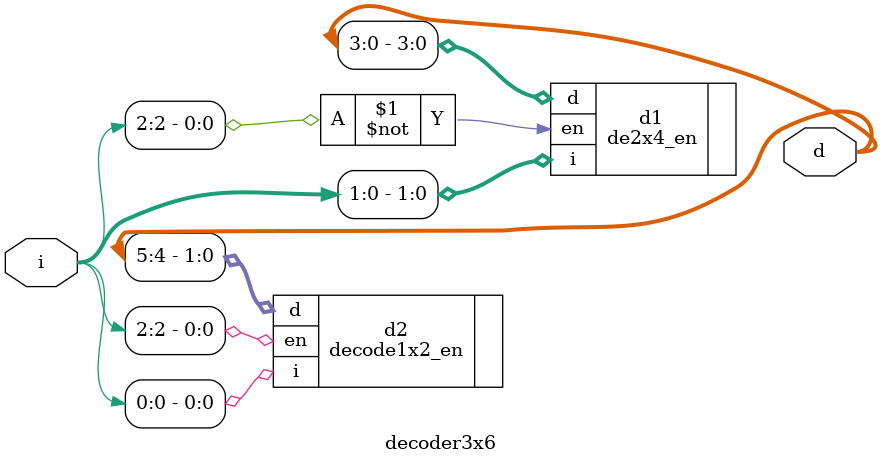
<source format=v>
module decoder3x6 (output [5:0]d,input [2:0]i);
	de2x4_en d1 (.d(d[3:0]),.en(~i[2]),.i(i[1:0]));
	decode1x2_en d2 (.d(d[5:4]),.en(i[2]),.i(i[0]));
endmodule 
</source>
